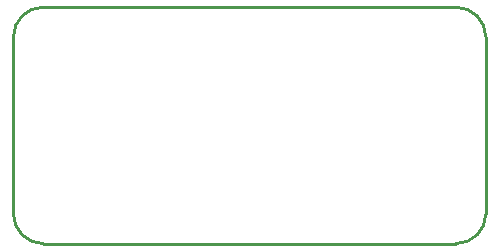
<source format=gko>
G04 Layer: BoardOutlineLayer*
G04 EasyEDA v6.5.40, 2024-07-28 23:41:03*
G04 a67cddfb3fce44daa9051d46cbbcc19f,10*
G04 Gerber Generator version 0.2*
G04 Scale: 100 percent, Rotated: No, Reflected: No *
G04 Dimensions in millimeters *
G04 leading zeros omitted , absolute positions ,4 integer and 5 decimal *
%FSLAX45Y45*%
%MOMM*%

%ADD10C,0.2540*%
D10*
X249999Y2000001D02*
G01*
X3750000Y2000001D01*
X0Y249999D02*
G01*
X0Y1749999D01*
X3750000Y0D02*
G01*
X249999Y0D01*
X3999999Y1749999D02*
G01*
X3999999Y249999D01*
G75*
G01*
X3750000Y2000001D02*
G02*
X4000000Y1749999I0J-249999D01*
G75*
G01*
X4000000Y250000D02*
G02*
X3750000Y0I-250000J0D01*
G75*
G01*
X250000Y0D02*
G02*
X0Y250000I0J250000D01*
G75*
G01*
X0Y1749999D02*
G02*
X250000Y2000001I249999J3D01*

%LPD*%
M02*

</source>
